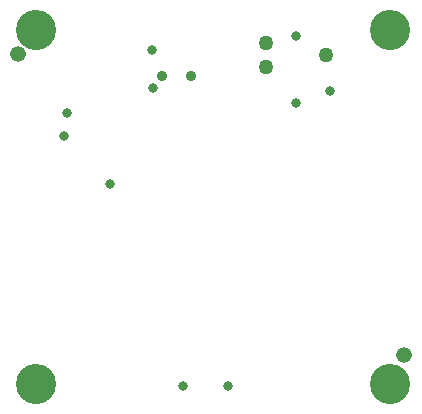
<source format=gbs>
G04*
G04 #@! TF.GenerationSoftware,Altium Limited,Altium Designer,23.8.1 (32)*
G04*
G04 Layer_Color=16711935*
%FSLAX44Y44*%
%MOMM*%
G71*
G04*
G04 #@! TF.SameCoordinates,14F6A229-880D-4016-A75C-DA76C30DB968*
G04*
G04*
G04 #@! TF.FilePolarity,Negative*
G04*
G01*
G75*
%ADD53C,1.3282*%
%ADD54C,1.2702*%
%ADD55C,3.4032*%
%ADD56C,0.9032*%
%ADD57C,0.8032*%
D53*
X1126500Y562000D02*
D03*
X799750Y816750D02*
D03*
D54*
X1060200Y816150D02*
D03*
X1009400Y805990D02*
D03*
Y826310D02*
D03*
D55*
X1115000Y537500D02*
D03*
X815000D02*
D03*
Y837500D02*
D03*
X1115000D02*
D03*
D56*
X921750Y798500D02*
D03*
X946500D02*
D03*
D57*
X913500Y820500D02*
D03*
X914500Y788250D02*
D03*
X1035000Y832500D02*
D03*
X1064000Y785250D02*
D03*
X1035500Y775500D02*
D03*
X839000Y747500D02*
D03*
X877750Y706750D02*
D03*
X841500Y767000D02*
D03*
X977500Y535500D02*
D03*
X939500D02*
D03*
M02*

</source>
